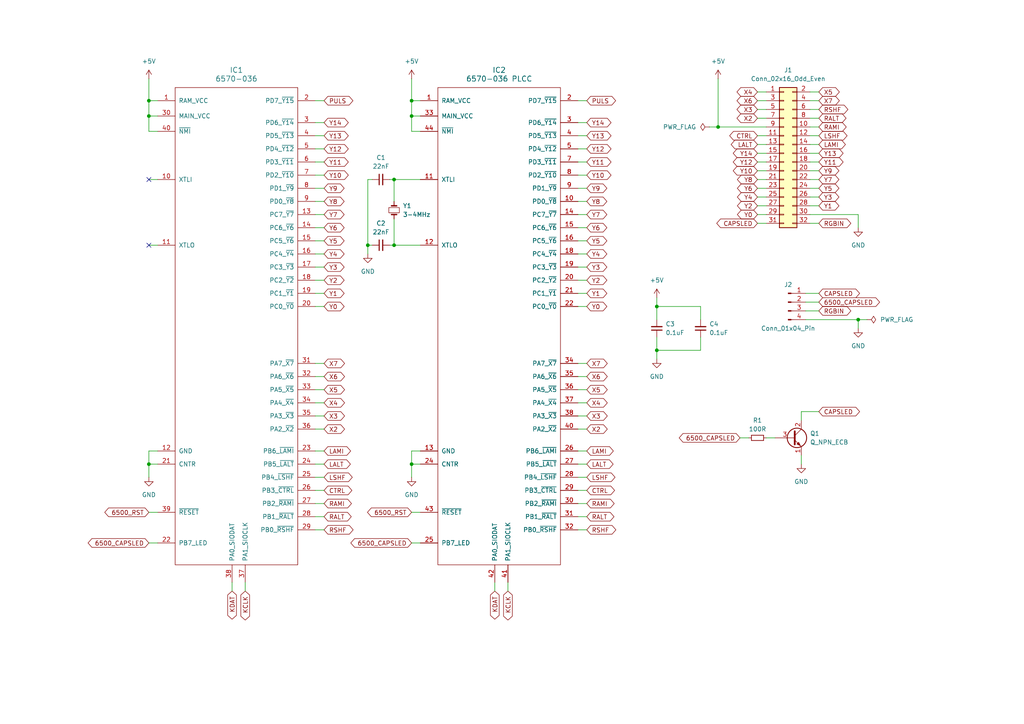
<source format=kicad_sch>
(kicad_sch (version 20231120) (generator "eeschema") (generator_version "8.0")
  (paper "A4")
  (lib_symbols
    (symbol "AmigaA500KeyboardChipAdapter:6570-036" (pin_names (offset 1.016))
      (property "Reference" "IC" (at 15.875 -73.66 0))
      (property "Value" "6570-036" (at 0.635 -4.445 0))
      (symbol "6570-036_0_1"
        (rectangle (start -17.78 67.31) (end 17.78 -71.12))
      )
      (symbol "6570-036_1_1"
        (pin power_in line (at -22.86 63.5 0) (length 5.08) (name "RAM_VCC") (number "1"))
        (pin input line (at -22.86 40.64 0) (length 5.08) (name "XTLI") (number "10"))
        (pin output line (at -22.86 21.59 0) (length 5.08) (name "XTLO") (number "11"))
        (pin power_in line (at -22.86 -38.1 0) (length 5.08) (name "GND") (number "12"))
        (pin output line (at 22.86 30.48 180) (length 5.08) (name "PC7_~{Y7}") (number "13"))
        (pin output line (at 22.86 26.67 180) (length 5.08) (name "PC6_~{Y6}") (number "14"))
        (pin output line (at 22.86 22.86 180) (length 5.08) (name "PC5_~{Y6}") (number "15"))
        (pin output line (at 22.86 19.05 180) (length 5.08) (name "PC4_~{Y4}") (number "16"))
        (pin output line (at 22.86 15.24 180) (length 5.08) (name "PC3_~{Y3}") (number "17"))
        (pin output line (at 22.86 11.43 180) (length 5.08) (name "PC2_~{Y2}") (number "18"))
        (pin output line (at 22.86 7.62 180) (length 5.08) (name "PC1_~{Y1}") (number "19"))
        (pin output line (at 22.86 63.5 180) (length 5.08) (name "PD7_~{Y15}") (number "2"))
        (pin output line (at 22.86 3.81 180) (length 5.08) (name "PC0_~{Y0}") (number "20"))
        (pin input line (at -22.86 -41.91 0) (length 5.08) (name "CNTR") (number "21"))
        (pin output line (at -22.86 -64.77 0) (length 5.08) (name "PB7_LED") (number "22"))
        (pin input line (at 22.86 -38.1 180) (length 5.08) (name "PB6_~{LAMI}") (number "23"))
        (pin input line (at 22.86 -41.91 180) (length 5.08) (name "PB5_~{LALT}") (number "24"))
        (pin input line (at 22.86 -45.72 180) (length 5.08) (name "PB4_~{LSHF}") (number "25"))
        (pin input line (at 22.86 -49.53 180) (length 5.08) (name "PB3_~{CTRL}") (number "26"))
        (pin input line (at 22.86 -53.34 180) (length 5.08) (name "PB2_~{RAMI}") (number "27"))
        (pin input line (at 22.86 -57.15 180) (length 5.08) (name "PB1_~{RALT}") (number "28"))
        (pin input line (at 22.86 -60.96 180) (length 5.08) (name "PB0_~{RSHF}") (number "29"))
        (pin output line (at 22.86 57.15 180) (length 5.08) (name "PD6_~{Y14}") (number "3"))
        (pin power_in line (at -22.86 59.055 0) (length 5.08) (name "MAIN_VCC") (number "30"))
        (pin input line (at 22.86 -12.7 180) (length 5.08) (name "PA7_~{X7}") (number "31"))
        (pin input line (at 22.86 -16.51 180) (length 5.08) (name "PA6_~{X6}") (number "32"))
        (pin input line (at 22.86 -20.32 180) (length 5.08) (name "PA5_~{X5}") (number "33"))
        (pin input line (at 22.86 -24.13 180) (length 5.08) (name "PA4_~{X4}") (number "34"))
        (pin input line (at 22.86 -27.94 180) (length 5.08) (name "PA3_~{X3}") (number "35"))
        (pin input line (at 22.86 -31.75 180) (length 5.08) (name "PA2_~{X2}") (number "36"))
        (pin input line (at 2.54 -76.2 90) (length 5.08) (name "PA1_SIOCLK") (number "37"))
        (pin input line (at -1.27 -76.2 90) (length 5.08) (name "PA0_SIODAT") (number "38"))
        (pin input line (at -22.86 -55.88 0) (length 5.08) (name "~{RESET}") (number "39"))
        (pin output line (at 22.86 53.34 180) (length 5.08) (name "PD5_~{Y13}") (number "4"))
        (pin power_in line (at -22.86 54.61 0) (length 5.08) (name "~{NMI}") (number "40"))
        (pin output line (at 22.86 49.53 180) (length 5.08) (name "PD4_~{Y12}") (number "5"))
        (pin output line (at 22.86 45.72 180) (length 5.08) (name "PD3_~{Y11}") (number "6"))
        (pin output line (at 22.86 41.91 180) (length 5.08) (name "PD2_~{Y10}") (number "7"))
        (pin output line (at 22.86 38.1 180) (length 5.08) (name "PD1_~{Y9}") (number "8"))
        (pin output line (at 22.86 34.29 180) (length 5.08) (name "PD0_~{Y8}") (number "9"))
      )
    )
    (symbol "AmigaA500KeyboardChipAdapter:6570-036_PLCC" (pin_names (offset 1.016))
      (property "Reference" "IC" (at 15.875 -73.66 0))
      (property "Value" "6570-036 PLCC" (at 0.635 -4.445 0))
      (symbol "6570-036_PLCC_0_1"
        (rectangle (start -17.78 67.31) (end 17.78 -71.12))
      )
      (symbol "6570-036_PLCC_1_1"
        (pin power_in line (at -22.86 63.5 0) (length 5.08) (name "RAM_VCC") (number "1"))
        (pin output line (at 22.86 34.29 180) (length 5.08) (name "PD0_~{Y8}") (number "10"))
        (pin input line (at -22.86 40.64 0) (length 5.08) (name "XTLI") (number "11"))
        (pin output line (at -22.86 21.59 0) (length 5.08) (name "XTLO") (number "12"))
        (pin power_in line (at -22.86 -38.1 0) (length 5.08) (name "GND") (number "13"))
        (pin output line (at 22.86 30.48 180) (length 5.08) (name "PC7_~{Y7}") (number "14"))
        (pin output line (at 22.86 26.67 180) (length 5.08) (name "PC6_~{Y6}") (number "15"))
        (pin output line (at 22.86 22.86 180) (length 5.08) (name "PC5_~{Y6}") (number "16"))
        (pin output line (at 22.86 19.05 180) (length 5.08) (name "PC4_~{Y4}") (number "18"))
        (pin output line (at 22.86 15.24 180) (length 5.08) (name "PC3_~{Y3}") (number "19"))
        (pin output line (at 22.86 63.5 180) (length 5.08) (name "PD7_~{Y15}") (number "2"))
        (pin output line (at 22.86 11.43 180) (length 5.08) (name "PC2_~{Y2}") (number "20"))
        (pin output line (at 22.86 7.62 180) (length 5.08) (name "PC1_~{Y1}") (number "21"))
        (pin output line (at 22.86 3.81 180) (length 5.08) (name "PC0_~{Y0}") (number "22"))
        (pin input line (at -22.86 -41.91 0) (length 5.08) (name "CNTR") (number "24"))
        (pin output line (at -22.86 -64.77 0) (length 5.08) (name "PB7_LED") (number "25"))
        (pin input line (at 22.86 -38.1 180) (length 5.08) (name "PB6_~{LAMI}") (number "26"))
        (pin input line (at 22.86 -41.91 180) (length 5.08) (name "PB5_~{LALT}") (number "27"))
        (pin input line (at 22.86 -45.72 180) (length 5.08) (name "PB4_~{LSHF}") (number "28"))
        (pin input line (at 22.86 -49.53 180) (length 5.08) (name "PB3_~{CTRL}") (number "29"))
        (pin output line (at 22.86 57.15 180) (length 5.08) (name "PD6_~{Y14}") (number "3"))
        (pin input line (at 22.86 -53.34 180) (length 5.08) (name "PB2_~{RAMI}") (number "30"))
        (pin input line (at 22.86 -57.15 180) (length 5.08) (name "PB1_~{RALT}") (number "31"))
        (pin input line (at 22.86 -60.96 180) (length 5.08) (name "PB0_~{RSHF}") (number "32"))
        (pin power_in line (at -22.86 59.055 0) (length 5.08) (name "MAIN_VCC") (number "33"))
        (pin input line (at 22.86 -12.7 180) (length 5.08) (name "PA7_~{X7}") (number "34"))
        (pin input line (at 22.86 -16.51 180) (length 5.08) (name "PA6_~{X6}") (number "35"))
        (pin input line (at 22.86 -20.32 180) (length 5.08) (name "PA5_~{X5}") (number "36"))
        (pin input line (at 22.86 -24.13 180) (length 5.08) (name "PA4_~{X4}") (number "37"))
        (pin input line (at 22.86 -27.94 180) (length 5.08) (name "PA3_~{X3}") (number "38"))
        (pin output line (at 22.86 53.34 180) (length 5.08) (name "PD5_~{Y13}") (number "4"))
        (pin input line (at 22.86 -31.75 180) (length 5.08) (name "PA2_~{X2}") (number "40"))
        (pin input line (at 2.54 -76.2 90) (length 5.08) (name "PA1_SIOCLK") (number "41"))
        (pin input line (at -1.27 -76.2 90) (length 5.08) (name "PA0_SIODAT") (number "42"))
        (pin input line (at -22.86 -55.88 0) (length 5.08) (name "~{RESET}") (number "43"))
        (pin power_in line (at -22.86 54.61 0) (length 5.08) (name "~{NMI}") (number "44"))
        (pin output line (at 22.86 49.53 180) (length 5.08) (name "PD4_~{Y12}") (number "5"))
        (pin output line (at 22.86 45.72 180) (length 5.08) (name "PD3_~{Y11}") (number "7"))
        (pin output line (at 22.86 41.91 180) (length 5.08) (name "PD2_~{Y10}") (number "8"))
        (pin output line (at 22.86 38.1 180) (length 5.08) (name "PD1_~{Y9}") (number "9"))
      )
    )
    (symbol "Connector:Conn_01x04_Pin" (pin_names (offset 1.016) hide)
      (property "Reference" "J" (at 0 5.08 0))
      (property "Value" "Conn_01x04_Pin" (at 0 -7.62 0))
      (symbol "Conn_01x04_Pin_1_1"
        (polyline (pts (xy 1.27 -5.08) (xy 0.8636 -5.08)) (stroke (width 0.1524)))
        (polyline (pts (xy 1.27 -2.54) (xy 0.8636 -2.54)) (stroke (width 0.1524)))
        (polyline (pts (xy 1.27 0) (xy 0.8636 0)) (stroke (width 0.1524)))
        (polyline (pts (xy 1.27 2.54) (xy 0.8636 2.54)) (stroke (width 0.1524)))
        (rectangle (start 0.8636 -4.953) (end 0 -5.207) (stroke (width 0.1524)) (fill (type outline)))
        (rectangle (start 0.8636 -2.413) (end 0 -2.667) (stroke (width 0.1524)) (fill (type outline)))
        (rectangle (start 0.8636 0.127) (end 0 -0.127) (stroke (width 0.1524)) (fill (type outline)))
        (rectangle (start 0.8636 2.667) (end 0 2.413) (stroke (width 0.1524)) (fill (type outline)))
        (pin passive line (at 5.08 2.54 180) (length 3.81) (name "Pin_1") (number "1"))
        (pin passive line (at 5.08 0 180) (length 3.81) (name "Pin_2") (number "2"))
        (pin passive line (at 5.08 -2.54 180) (length 3.81) (name "Pin_3") (number "3"))
        (pin passive line (at 5.08 -5.08 180) (length 3.81) (name "Pin_4") (number "4"))
      )
    )
    (symbol "Connector_Generic:Conn_02x16_Odd_Even" (pin_names (offset 1.016) hide)
      (property "Reference" "J" (at 1.27 20.32 0))
      (property "Value" "Conn_02x16_Odd_Even" (at 1.27 -22.86 0))
      (symbol "Conn_02x16_Odd_Even_1_1"
        (rectangle (start -1.27 -20.193) (end 0 -20.447) (stroke (width 0.1524)))
        (rectangle (start -1.27 -17.653) (end 0 -17.907) (stroke (width 0.1524)))
        (rectangle (start -1.27 -15.113) (end 0 -15.367) (stroke (width 0.1524)))
        (rectangle (start -1.27 -12.573) (end 0 -12.827) (stroke (width 0.1524)))
        (rectangle (start -1.27 -10.033) (end 0 -10.287) (stroke (width 0.1524)))
        (rectangle (start -1.27 -7.493) (end 0 -7.747) (stroke (width 0.1524)))
        (rectangle (start -1.27 -4.953) (end 0 -5.207) (stroke (width 0.1524)))
        (rectangle (start -1.27 -2.413) (end 0 -2.667) (stroke (width 0.1524)))
        (rectangle (start -1.27 0.127) (end 0 -0.127) (stroke (width 0.1524)))
        (rectangle (start -1.27 2.667) (end 0 2.413) (stroke (width 0.1524)))
        (rectangle (start -1.27 5.207) (end 0 4.953) (stroke (width 0.1524)))
        (rectangle (start -1.27 7.747) (end 0 7.493) (stroke (width 0.1524)))
        (rectangle (start -1.27 10.287) (end 0 10.033) (stroke (width 0.1524)))
        (rectangle (start -1.27 12.827) (end 0 12.573) (stroke (width 0.1524)))
        (rectangle (start -1.27 15.367) (end 0 15.113) (stroke (width 0.1524)))
        (rectangle (start -1.27 17.907) (end 0 17.653) (stroke (width 0.1524)))
        (rectangle (start -1.27 19.05) (end 3.81 -21.59) (stroke (width 0.254)) (fill (type background)))
        (rectangle (start 3.81 -20.193) (end 2.54 -20.447) (stroke (width 0.1524)))
        (rectangle (start 3.81 -17.653) (end 2.54 -17.907) (stroke (width 0.1524)))
        (rectangle (start 3.81 -15.113) (end 2.54 -15.367) (stroke (width 0.1524)))
        (rectangle (start 3.81 -12.573) (end 2.54 -12.827) (stroke (width 0.1524)))
        (rectangle (start 3.81 -10.033) (end 2.54 -10.287) (stroke (width 0.1524)))
        (rectangle (start 3.81 -7.493) (end 2.54 -7.747) (stroke (width 0.1524)))
        (rectangle (start 3.81 -4.953) (end 2.54 -5.207) (stroke (width 0.1524)))
        (rectangle (start 3.81 -2.413) (end 2.54 -2.667) (stroke (width 0.1524)))
        (rectangle (start 3.81 0.127) (end 2.54 -0.127) (stroke (width 0.1524)))
        (rectangle (start 3.81 2.667) (end 2.54 2.413) (stroke (width 0.1524)))
        (rectangle (start 3.81 5.207) (end 2.54 4.953) (stroke (width 0.1524)))
        (rectangle (start 3.81 7.747) (end 2.54 7.493) (stroke (width 0.1524)))
        (rectangle (start 3.81 10.287) (end 2.54 10.033) (stroke (width 0.1524)))
        (rectangle (start 3.81 12.827) (end 2.54 12.573) (stroke (width 0.1524)))
        (rectangle (start 3.81 15.367) (end 2.54 15.113) (stroke (width 0.1524)))
        (rectangle (start 3.81 17.907) (end 2.54 17.653) (stroke (width 0.1524)))
        (pin passive line (at -5.08 17.78 0) (length 3.81) (name "Pin_1") (number "1"))
        (pin passive line (at 7.62 7.62 180) (length 3.81) (name "Pin_10") (number "10"))
        (pin passive line (at -5.08 5.08 0) (length 3.81) (name "Pin_11") (number "11"))
        (pin passive line (at 7.62 5.08 180) (length 3.81) (name "Pin_12") (number "12"))
        (pin passive line (at -5.08 2.54 0) (length 3.81) (name "Pin_13") (number "13"))
        (pin passive line (at 7.62 2.54 180) (length 3.81) (name "Pin_14") (number "14"))
        (pin passive line (at -5.08 0 0) (length 3.81) (name "Pin_15") (number "15"))
        (pin passive line (at 7.62 0 180) (length 3.81) (name "Pin_16") (number "16"))
        (pin passive line (at -5.08 -2.54 0) (length 3.81) (name "Pin_17") (number "17"))
        (pin passive line (at 7.62 -2.54 180) (length 3.81) (name "Pin_18") (number "18"))
        (pin passive line (at -5.08 -5.08 0) (length 3.81) (name "Pin_19") (number "19"))
        (pin passive line (at 7.62 17.78 180) (length 3.81) (name "Pin_2") (number "2"))
        (pin passive line (at 7.62 -5.08 180) (length 3.81) (name "Pin_20") (number "20"))
        (pin passive line (at -5.08 -7.62 0) (length 3.81) (name "Pin_21") (number "21"))
        (pin passive line (at 7.62 -7.62 180) (length 3.81) (name "Pin_22") (number "22"))
        (pin passive line (at -5.08 -10.16 0) (length 3.81) (name "Pin_23") (number "23"))
        (pin passive line (at 7.62 -10.16 180) (length 3.81) (name "Pin_24") (number "24"))
        (pin passive line (at -5.08 -12.7 0) (length 3.81) (name "Pin_25") (number "25"))
        (pin passive line (at 7.62 -12.7 180) (length 3.81) (name "Pin_26") (number "26"))
        (pin passive line (at -5.08 -15.24 0) (length 3.81) (name "Pin_27") (number "27"))
        (pin passive line (at 7.62 -15.24 180) (length 3.81) (name "Pin_28") (number "28"))
        (pin passive line (at -5.08 -17.78 0) (length 3.81) (name "Pin_29") (number "29"))
        (pin passive line (at -5.08 15.24 0) (length 3.81) (name "Pin_3") (number "3"))
        (pin passive line (at 7.62 -17.78 180) (length 3.81) (name "Pin_30") (number "30"))
        (pin passive line (at -5.08 -20.32 0) (length 3.81) (name "Pin_31") (number "31"))
        (pin passive line (at 7.62 -20.32 180) (length 3.81) (name "Pin_32") (number "32"))
        (pin passive line (at 7.62 15.24 180) (length 3.81) (name "Pin_4") (number "4"))
        (pin passive line (at -5.08 12.7 0) (length 3.81) (name "Pin_5") (number "5"))
        (pin passive line (at 7.62 12.7 180) (length 3.81) (name "Pin_6") (number "6"))
        (pin passive line (at -5.08 10.16 0) (length 3.81) (name "Pin_7") (number "7"))
        (pin passive line (at 7.62 10.16 180) (length 3.81) (name "Pin_8") (number "8"))
        (pin passive line (at -5.08 7.62 0) (length 3.81) (name "Pin_9") (number "9"))
      )
    )
    (symbol "Device:C_Small" (pin_numbers hide) (pin_names (offset 0.254) hide)
      (property "Reference" "C" (at 0.254 1.778 0))
      (property "Value" "C_Small" (at 0.254 -2.032 0))
      (symbol "C_Small_0_1"
        (polyline (pts (xy -1.524 -0.508) (xy 1.524 -0.508)) (stroke (width 0.3302)))
        (polyline (pts (xy -1.524 0.508) (xy 1.524 0.508)) (stroke (width 0.3048)))
      )
      (symbol "C_Small_1_1"
        (pin passive line (at 0 2.54 270) (length 2.032) (name "~") (number "1"))
        (pin passive line (at 0 -2.54 90) (length 2.032) (name "~") (number "2"))
      )
    )
    (symbol "Device:Crystal_Small" (pin_numbers hide) (pin_names (offset 1.016) hide)
      (property "Reference" "Y" (at 0 2.54 0))
      (property "Value" "Crystal_Small" (at 0 -2.54 0))
      (symbol "Crystal_Small_0_1"
        (rectangle (start -0.762 -1.524) (end 0.762 1.524))
        (polyline (pts (xy -1.27 -0.762) (xy -1.27 0.762)) (stroke (width 0.381)))
        (polyline (pts (xy 1.27 -0.762) (xy 1.27 0.762)) (stroke (width 0.381)))
      )
      (symbol "Crystal_Small_1_1"
        (pin passive line (at -2.54 0 0) (length 1.27) (name "1") (number "1"))
        (pin passive line (at 2.54 0 180) (length 1.27) (name "2") (number "2"))
      )
    )
    (symbol "Device:Q_NPN_ECB" (pin_names (offset 0) hide)
      (property "Reference" "Q" (at 5.08 1.27 0))
      (property "Value" "Q_NPN_ECB" (at 5.08 -1.27 0))
      (symbol "Q_NPN_ECB_0_1"
        (polyline (pts (xy 0.635 0.635) (xy 2.54 2.54)))
        (polyline (pts (xy 0.635 -0.635) (xy 2.54 -2.54) (xy 2.54 -2.54)))
        (polyline (pts (xy 0.635 1.905) (xy 0.635 -1.905) (xy 0.635 -1.905)) (stroke (width 0.508)))
        (polyline (pts (xy 1.27 -1.778) (xy 1.778 -1.27) (xy 2.286 -2.286) (xy 1.27 -1.778) (xy 1.27 -1.778)) (fill (type outline)))
        (circle (center 1.27 0) (radius 2.8194) (stroke (width 0.254)))
      )
      (symbol "Q_NPN_ECB_1_1"
        (pin passive line (at 2.54 -5.08 90) (length 2.54) (name "E") (number "1"))
        (pin passive line (at 2.54 5.08 270) (length 2.54) (name "C") (number "2"))
        (pin passive line (at -5.08 0 0) (length 5.715) (name "B") (number "3"))
      )
    )
    (symbol "Device:R_Small" (pin_numbers hide) (pin_names (offset 0.254) hide)
      (property "Reference" "R" (at 0.762 0.508 0))
      (property "Value" "R_Small" (at 0.762 -1.016 0))
      (symbol "R_Small_0_1"
        (rectangle (start -0.762 1.778) (end 0.762 -1.778) (stroke (width 0.2032)))
      )
      (symbol "R_Small_1_1"
        (pin passive line (at 0 2.54 270) (length 0.762) (name "~") (number "1"))
        (pin passive line (at 0 -2.54 90) (length 0.762) (name "~") (number "2"))
      )
    )
    (symbol "power:+5V" (power) (pin_numbers hide) (pin_names (offset 0) hide)
      (property "Value" "+5V" (at 0 3.556 0))
      (symbol "+5V_0_1"
        (polyline (pts (xy -0.762 1.27) (xy 0 2.54)))
        (polyline (pts (xy 0 0) (xy 0 2.54)))
        (polyline (pts (xy 0 2.54) (xy 0.762 1.27)))
      )
      (symbol "+5V_1_1"
        (pin power_in line (at 0 0 90) (length 0) (name "~") (number "1"))
      )
    )
    (symbol "power:GND" (power) (pin_numbers hide) (pin_names (offset 0) hide)
      (property "Value" "GND" (at 0 -3.81 0))
      (symbol "GND_0_1"
        (polyline (pts (xy 0 0) (xy 0 -1.27) (xy 1.27 -1.27) (xy 0 -2.54) (xy -1.27 -1.27) (xy 0 -1.27)))
      )
      (symbol "GND_1_1"
        (pin power_in line (at 0 0 270) (length 0) (name "~") (number "1"))
      )
    )
    (symbol "power:PWR_FLAG" (power) (pin_numbers hide) (pin_names (offset 0) hide)
      (property "Value" "PWR_FLAG" (at 0 3.81 0))
      (symbol "PWR_FLAG_0_0"
        (pin power_out line (at 0 0 90) (length 0) (name "~") (number "1"))
      )
      (symbol "PWR_FLAG_0_1"
        (polyline (pts (xy 0 0) (xy 0 1.27) (xy -1.016 1.905) (xy 0 2.54) (xy 1.016 1.905) (xy 0 1.27)))
      )
    )
  )
  (junction (at 190.5 88.9))
  (junction (at 119.38 33.655))
  (junction (at 114.3 52.07))
  (junction (at 119.38 29.21))
  (junction (at 248.92 92.71))
  (junction (at 43.18 134.62))
  (junction (at 114.3 71.12))
  (junction (at 106.68 71.12))
  (junction (at 43.18 33.655))
  (junction (at 190.5 101.6))
  (junction (at 208.28 36.83))
  (junction (at 43.18 29.21))
  (junction (at 119.38 134.62))
  (no_connect (at 43.18 71.12))
  (no_connect (at 43.18 52.07))
  (wire (pts (xy 91.44 77.47) (xy 93.98 77.47)))
  (wire (pts (xy 190.5 97.79) (xy 190.5 101.6)))
  (wire (pts (xy 167.64 43.18) (xy 170.18 43.18)))
  (wire (pts (xy 167.64 105.41) (xy 170.18 105.41)))
  (wire (pts (xy 121.92 134.62) (xy 119.38 134.62)))
  (wire (pts (xy 219.71 52.07) (xy 222.25 52.07)))
  (wire (pts (xy 91.44 54.61) (xy 93.98 54.61)))
  (wire (pts (xy 167.64 138.43) (xy 170.18 138.43)))
  (wire (pts (xy 219.71 39.37) (xy 222.25 39.37)))
  (wire (pts (xy 234.95 36.83) (xy 237.49 36.83)))
  (wire (pts (xy 91.44 116.84) (xy 93.98 116.84)))
  (wire (pts (xy 91.44 105.41) (xy 93.98 105.41)))
  (wire (pts (xy 167.64 29.21) (xy 170.18 29.21)))
  (wire (pts (xy 248.92 92.71) (xy 248.92 95.25)))
  (wire (pts (xy 106.68 71.12) (xy 106.68 73.66)))
  (wire (pts (xy 91.44 130.81) (xy 93.98 130.81)))
  (wire (pts (xy 167.64 58.42) (xy 170.18 58.42)))
  (wire (pts (xy 114.3 71.12) (xy 121.92 71.12)))
  (wire (pts (xy 91.44 146.05) (xy 93.98 146.05)))
  (wire (pts (xy 91.44 138.43) (xy 93.98 138.43)))
  (wire (pts (xy 43.18 29.21) (xy 45.72 29.21)))
  (wire (pts (xy 91.44 142.24) (xy 93.98 142.24)))
  (wire (pts (xy 234.95 31.75) (xy 237.49 31.75)))
  (wire (pts (xy 91.44 39.37) (xy 93.98 39.37)))
  (wire (pts (xy 147.32 168.91) (xy 147.32 171.45)))
  (wire (pts (xy 43.18 130.81) (xy 43.18 134.62)))
  (wire (pts (xy 219.71 62.23) (xy 222.25 62.23)))
  (wire (pts (xy 219.71 54.61) (xy 222.25 54.61)))
  (wire (pts (xy 119.38 130.81) (xy 119.38 134.62)))
  (wire (pts (xy 205.74 36.83) (xy 208.28 36.83)))
  (wire (pts (xy 43.18 52.07) (xy 45.72 52.07)))
  (wire (pts (xy 119.38 29.21) (xy 119.38 33.655)))
  (wire (pts (xy 106.68 71.12) (xy 106.68 52.07)))
  (wire (pts (xy 167.64 54.61) (xy 170.18 54.61)))
  (wire (pts (xy 91.44 35.56) (xy 93.98 35.56)))
  (wire (pts (xy 203.2 92.71) (xy 203.2 88.9)))
  (wire (pts (xy 214.63 127) (xy 217.17 127)))
  (wire (pts (xy 91.44 120.65) (xy 93.98 120.65)))
  (wire (pts (xy 167.64 124.46) (xy 170.18 124.46)))
  (wire (pts (xy 219.71 57.15) (xy 222.25 57.15)))
  (wire (pts (xy 119.38 38.1) (xy 121.92 38.1)))
  (wire (pts (xy 91.44 124.46) (xy 93.98 124.46)))
  (wire (pts (xy 234.95 44.45) (xy 237.49 44.45)))
  (wire (pts (xy 91.44 50.8) (xy 93.98 50.8)))
  (wire (pts (xy 219.71 59.69) (xy 222.25 59.69)))
  (wire (pts (xy 234.95 62.23) (xy 248.92 62.23)))
  (wire (pts (xy 114.3 52.07) (xy 121.92 52.07)))
  (wire (pts (xy 71.12 168.91) (xy 71.12 171.45)))
  (wire (pts (xy 167.64 120.65) (xy 170.18 120.65)))
  (wire (pts (xy 43.18 148.59) (xy 45.72 148.59)))
  (wire (pts (xy 167.64 88.9) (xy 170.18 88.9)))
  (wire (pts (xy 167.64 109.22) (xy 170.18 109.22)))
  (wire (pts (xy 234.95 46.99) (xy 237.49 46.99)))
  (wire (pts (xy 167.64 153.67) (xy 170.18 153.67)))
  (wire (pts (xy 234.95 41.91) (xy 237.49 41.91)))
  (wire (pts (xy 167.64 146.05) (xy 170.18 146.05)))
  (wire (pts (xy 167.64 85.09) (xy 170.18 85.09)))
  (wire (pts (xy 119.38 22.86) (xy 119.38 29.21)))
  (wire (pts (xy 219.71 46.99) (xy 222.25 46.99)))
  (wire (pts (xy 45.72 134.62) (xy 43.18 134.62)))
  (wire (pts (xy 167.64 77.47) (xy 170.18 77.47)))
  (wire (pts (xy 222.25 127) (xy 224.79 127)))
  (wire (pts (xy 106.68 52.07) (xy 107.95 52.07)))
  (wire (pts (xy 91.44 58.42) (xy 93.98 58.42)))
  (wire (pts (xy 234.95 29.21) (xy 237.49 29.21)))
  (wire (pts (xy 91.44 153.67) (xy 93.98 153.67)))
  (wire (pts (xy 167.64 149.86) (xy 170.18 149.86)))
  (wire (pts (xy 91.44 81.28) (xy 93.98 81.28)))
  (wire (pts (xy 119.38 33.655) (xy 119.38 38.1)))
  (wire (pts (xy 234.95 26.67) (xy 237.49 26.67)))
  (wire (pts (xy 234.95 59.69) (xy 237.49 59.69)))
  (wire (pts (xy 167.64 39.37) (xy 170.18 39.37)))
  (wire (pts (xy 219.71 31.75) (xy 222.25 31.75)))
  (wire (pts (xy 121.92 130.81) (xy 119.38 130.81)))
  (wire (pts (xy 233.68 92.71) (xy 248.92 92.71)))
  (wire (pts (xy 234.95 49.53) (xy 237.49 49.53)))
  (wire (pts (xy 237.49 90.17) (xy 233.68 90.17)))
  (wire (pts (xy 219.71 64.77) (xy 222.25 64.77)))
  (wire (pts (xy 107.95 71.12) (xy 106.68 71.12)))
  (wire (pts (xy 219.71 44.45) (xy 222.25 44.45)))
  (wire (pts (xy 91.44 29.21) (xy 93.98 29.21)))
  (wire (pts (xy 91.44 134.62) (xy 93.98 134.62)))
  (wire (pts (xy 167.64 134.62) (xy 170.18 134.62)))
  (wire (pts (xy 232.41 119.38) (xy 232.41 121.92)))
  (wire (pts (xy 167.64 35.56) (xy 170.18 35.56)))
  (wire (pts (xy 219.71 49.53) (xy 222.25 49.53)))
  (wire (pts (xy 234.95 64.77) (xy 237.49 64.77)))
  (wire (pts (xy 91.44 88.9) (xy 93.98 88.9)))
  (wire (pts (xy 190.5 88.9) (xy 190.5 92.71)))
  (wire (pts (xy 43.18 134.62) (xy 43.18 138.43)))
  (wire (pts (xy 114.3 63.5) (xy 114.3 71.12)))
  (wire (pts (xy 43.18 29.21) (xy 43.18 33.655)))
  (wire (pts (xy 190.5 101.6) (xy 203.2 101.6)))
  (wire (pts (xy 45.72 130.81) (xy 43.18 130.81)))
  (wire (pts (xy 248.92 92.71) (xy 251.46 92.71)))
  (wire (pts (xy 203.2 97.79) (xy 203.2 101.6)))
  (wire (pts (xy 119.38 148.59) (xy 121.92 148.59)))
  (wire (pts (xy 190.5 86.36) (xy 190.5 88.9)))
  (wire (pts (xy 208.28 36.83) (xy 222.25 36.83)))
  (wire (pts (xy 119.38 29.21) (xy 121.92 29.21)))
  (wire (pts (xy 167.64 62.23) (xy 170.18 62.23)))
  (wire (pts (xy 167.64 69.85) (xy 170.18 69.85)))
  (wire (pts (xy 91.44 69.85) (xy 93.98 69.85)))
  (wire (pts (xy 43.18 157.48) (xy 45.72 157.48)))
  (wire (pts (xy 119.38 134.62) (xy 119.38 138.43)))
  (wire (pts (xy 167.64 66.04) (xy 170.18 66.04)))
  (wire (pts (xy 208.28 22.86) (xy 208.28 36.83)))
  (wire (pts (xy 219.71 34.29) (xy 222.25 34.29)))
  (wire (pts (xy 119.38 157.48) (xy 121.92 157.48)))
  (wire (pts (xy 248.92 62.23) (xy 248.92 66.04)))
  (wire (pts (xy 121.92 33.655) (xy 119.38 33.655)))
  (wire (pts (xy 91.44 85.09) (xy 93.98 85.09)))
  (wire (pts (xy 234.95 39.37) (xy 237.49 39.37)))
  (wire (pts (xy 91.44 43.18) (xy 93.98 43.18)))
  (wire (pts (xy 167.64 73.66) (xy 170.18 73.66)))
  (wire (pts (xy 143.51 168.91) (xy 143.51 171.45)))
  (wire (pts (xy 234.95 54.61) (xy 237.49 54.61)))
  (wire (pts (xy 167.64 50.8) (xy 170.18 50.8)))
  (wire (pts (xy 91.44 62.23) (xy 93.98 62.23)))
  (wire (pts (xy 233.68 87.63) (xy 237.49 87.63)))
  (wire (pts (xy 232.41 132.08) (xy 232.41 134.62)))
  (wire (pts (xy 190.5 101.6) (xy 190.5 104.14)))
  (wire (pts (xy 114.3 52.07) (xy 114.3 58.42)))
  (wire (pts (xy 91.44 113.03) (xy 93.98 113.03)))
  (wire (pts (xy 233.68 85.09) (xy 237.49 85.09)))
  (wire (pts (xy 234.95 57.15) (xy 237.49 57.15)))
  (wire (pts (xy 237.49 119.38) (xy 232.41 119.38)))
  (wire (pts (xy 45.72 38.1) (xy 43.18 38.1)))
  (wire (pts (xy 45.72 33.655) (xy 43.18 33.655)))
  (wire (pts (xy 167.64 116.84) (xy 170.18 116.84)))
  (wire (pts (xy 91.44 73.66) (xy 93.98 73.66)))
  (wire (pts (xy 219.71 41.91) (xy 222.25 41.91)))
  (wire (pts (xy 167.64 81.28) (xy 170.18 81.28)))
  (wire (pts (xy 43.18 33.655) (xy 43.18 38.1)))
  (wire (pts (xy 113.03 52.07) (xy 114.3 52.07)))
  (wire (pts (xy 167.64 142.24) (xy 170.18 142.24)))
  (wire (pts (xy 43.18 71.12) (xy 45.72 71.12)))
  (wire (pts (xy 114.3 71.12) (xy 113.03 71.12)))
  (wire (pts (xy 234.95 52.07) (xy 237.49 52.07)))
  (wire (pts (xy 219.71 26.67) (xy 222.25 26.67)))
  (wire (pts (xy 167.64 113.03) (xy 170.18 113.03)))
  (wire (pts (xy 234.95 34.29) (xy 237.49 34.29)))
  (wire (pts (xy 91.44 66.04) (xy 93.98 66.04)))
  (wire (pts (xy 91.44 149.86) (xy 93.98 149.86)))
  (wire (pts (xy 167.64 130.81) (xy 170.18 130.81)))
  (wire (pts (xy 91.44 109.22) (xy 93.98 109.22)))
  (wire (pts (xy 91.44 46.99) (xy 93.98 46.99)))
  (wire (pts (xy 203.2 88.9) (xy 190.5 88.9)))
  (wire (pts (xy 167.64 46.99) (xy 170.18 46.99)))
  (wire (pts (xy 219.71 29.21) (xy 222.25 29.21)))
  (wire (pts (xy 43.18 29.21) (xy 43.18 22.86)))
  (wire (pts (xy 67.31 168.91) (xy 67.31 171.45)))
  (global_label "CTRL" (shape bidirectional) (at 170.18 142.24 0) (property "Intersheetrefs" "${INTERSHEET_REFS}" (effects (hide yes))))
  (global_label "Y10" (shape bidirectional) (at 93.98 50.8 0) (property "Intersheetrefs" "${INTERSHEET_REFS}" (effects (hide yes))))
  (global_label "KCLK" (shape bidirectional) (at 147.32 171.45 270) (property "Intersheetrefs" "${INTERSHEET_REFS}" (effects (hide yes))))
  (global_label "X4" (shape bidirectional) (at 170.18 116.84 0) (property "Intersheetrefs" "${INTERSHEET_REFS}" (effects (hide yes))))
  (global_label "Y10" (shape bidirectional) (at 219.71 49.53 180) (property "Intersheetrefs" "${INTERSHEET_REFS}" (effects (hide yes))))
  (global_label "Y14" (shape bidirectional) (at 219.71 44.45 180) (property "Intersheetrefs" "${INTERSHEET_REFS}" (effects (hide yes))))
  (global_label "Y4" (shape bidirectional) (at 219.71 57.15 180) (property "Intersheetrefs" "${INTERSHEET_REFS}" (effects (hide yes))))
  (global_label "Y11" (shape bidirectional) (at 93.98 46.99 0) (property "Intersheetrefs" "${INTERSHEET_REFS}" (effects (hide yes))))
  (global_label "Y1" (shape bidirectional) (at 237.49 59.69 0) (property "Intersheetrefs" "${INTERSHEET_REFS}" (effects (hide yes))))
  (global_label "6500_CAPSLED" (shape bidirectional) (at 119.38 157.48 180) (property "Intersheetrefs" "${INTERSHEET_REFS}" (effects (hide yes))))
  (global_label "X3" (shape bidirectional) (at 219.71 31.75 180) (property "Intersheetrefs" "${INTERSHEET_REFS}" (effects (hide yes))))
  (global_label "Y12" (shape bidirectional) (at 219.71 46.99 180) (property "Intersheetrefs" "${INTERSHEET_REFS}" (effects (hide yes))))
  (global_label "Y9" (shape bidirectional) (at 93.98 54.61 0) (property "Intersheetrefs" "${INTERSHEET_REFS}" (effects (hide yes))))
  (global_label "X7" (shape bidirectional) (at 170.18 105.41 0) (property "Intersheetrefs" "${INTERSHEET_REFS}" (effects (hide yes))))
  (global_label "Y2" (shape bidirectional) (at 93.98 81.28 0) (property "Intersheetrefs" "${INTERSHEET_REFS}" (effects (hide yes))))
  (global_label "RALT" (shape bidirectional) (at 237.49 34.29 0) (property "Intersheetrefs" "${INTERSHEET_REFS}" (effects (hide yes))))
  (global_label "CAPSLED" (shape bidirectional) (at 219.71 64.77 180) (property "Intersheetrefs" "${INTERSHEET_REFS}" (effects (hide yes))))
  (global_label "Y7" (shape bidirectional) (at 237.49 52.07 0) (property "Intersheetrefs" "${INTERSHEET_REFS}" (effects (hide yes))))
  (global_label "6500_CAPSLED" (shape bidirectional) (at 43.18 157.48 180) (property "Intersheetrefs" "${INTERSHEET_REFS}" (effects (hide yes))))
  (global_label "Y1" (shape bidirectional) (at 93.98 85.09 0) (property "Intersheetrefs" "${INTERSHEET_REFS}" (effects (hide yes))))
  (global_label "6500_RST" (shape bidirectional) (at 119.38 148.59 180) (property "Intersheetrefs" "${INTERSHEET_REFS}" (effects (hide yes))))
  (global_label "Y0" (shape bidirectional) (at 93.98 88.9 0) (property "Intersheetrefs" "${INTERSHEET_REFS}" (effects (hide yes))))
  (global_label "Y12" (shape bidirectional) (at 93.98 43.18 0) (property "Intersheetrefs" "${INTERSHEET_REFS}" (effects (hide yes))))
  (global_label "Y9" (shape bidirectional) (at 237.49 49.53 0) (property "Intersheetrefs" "${INTERSHEET_REFS}" (effects (hide yes))))
  (global_label "Y6" (shape bidirectional) (at 93.98 66.04 0) (property "Intersheetrefs" "${INTERSHEET_REFS}" (effects (hide yes))))
  (global_label "Y10" (shape bidirectional) (at 170.18 50.8 0) (property "Intersheetrefs" "${INTERSHEET_REFS}" (effects (hide yes))))
  (global_label "Y6" (shape bidirectional) (at 219.71 54.61 180) (property "Intersheetrefs" "${INTERSHEET_REFS}" (effects (hide yes))))
  (global_label "Y5" (shape bidirectional) (at 93.98 69.85 0) (property "Intersheetrefs" "${INTERSHEET_REFS}" (effects (hide yes))))
  (global_label "X6" (shape bidirectional) (at 93.98 109.22 0) (property "Intersheetrefs" "${INTERSHEET_REFS}" (effects (hide yes))))
  (global_label "CTRL" (shape bidirectional) (at 93.98 142.24 0) (property "Intersheetrefs" "${INTERSHEET_REFS}" (effects (hide yes))))
  (global_label "X5" (shape bidirectional) (at 93.98 113.03 0) (property "Intersheetrefs" "${INTERSHEET_REFS}" (effects (hide yes))))
  (global_label "Y3" (shape bidirectional) (at 93.98 77.47 0) (property "Intersheetrefs" "${INTERSHEET_REFS}" (effects (hide yes))))
  (global_label "LALT" (shape bidirectional) (at 170.18 134.62 0) (property "Intersheetrefs" "${INTERSHEET_REFS}" (effects (hide yes))))
  (global_label "PULS" (shape bidirectional) (at 93.98 29.21 0) (property "Intersheetrefs" "${INTERSHEET_REFS}" (effects (hide yes))))
  (global_label "LAMI" (shape bidirectional) (at 170.18 130.81 0) (property "Intersheetrefs" "${INTERSHEET_REFS}" (effects (hide yes))))
  (global_label "RSHF" (shape bidirectional) (at 93.98 153.67 0) (property "Intersheetrefs" "${INTERSHEET_REFS}" (effects (hide yes))))
  (global_label "Y3" (shape bidirectional) (at 170.18 77.47 0) (property "Intersheetrefs" "${INTERSHEET_REFS}" (effects (hide yes))))
  (global_label "Y13" (shape bidirectional) (at 170.18 39.37 0) (property "Intersheetrefs" "${INTERSHEET_REFS}" (effects (hide yes))))
  (global_label "Y5" (shape bidirectional) (at 170.18 69.85 0) (property "Intersheetrefs" "${INTERSHEET_REFS}" (effects (hide yes))))
  (global_label "6500_CAPSLED" (shape bidirectional) (at 214.63 127 180) (property "Intersheetrefs" "${INTERSHEET_REFS}" (effects (hide yes))))
  (global_label "X6" (shape bidirectional) (at 219.71 29.21 180) (property "Intersheetrefs" "${INTERSHEET_REFS}" (effects (hide yes))))
  (global_label "Y6" (shape bidirectional) (at 170.18 66.04 0) (property "Intersheetrefs" "${INTERSHEET_REFS}" (effects (hide yes))))
  (global_label "Y13" (shape bidirectional) (at 237.49 44.45 0) (property "Intersheetrefs" "${INTERSHEET_REFS}" (effects (hide yes))))
  (global_label "6500_CAPSLED" (shape bidirectional) (at 237.49 87.63 0) (property "Intersheetrefs" "${INTERSHEET_REFS}" (effects (hide yes))))
  (global_label "X3" (shape bidirectional) (at 170.18 120.65 0) (property "Intersheetrefs" "${INTERSHEET_REFS}" (effects (hide yes))))
  (global_label "LAMI" (shape bidirectional) (at 93.98 130.81 0) (property "Intersheetrefs" "${INTERSHEET_REFS}" (effects (hide yes))))
  (global_label "Y8" (shape bidirectional) (at 170.18 58.42 0) (property "Intersheetrefs" "${INTERSHEET_REFS}" (effects (hide yes))))
  (global_label "RAMI" (shape bidirectional) (at 237.49 36.83 0) (property "Intersheetrefs" "${INTERSHEET_REFS}" (effects (hide yes))))
  (global_label "RSHF" (shape bidirectional) (at 170.18 153.67 0) (property "Intersheetrefs" "${INTERSHEET_REFS}" (effects (hide yes))))
  (global_label "X7" (shape bidirectional) (at 93.98 105.41 0) (property "Intersheetrefs" "${INTERSHEET_REFS}" (effects (hide yes))))
  (global_label "Y11" (shape bidirectional) (at 237.49 46.99 0) (property "Intersheetrefs" "${INTERSHEET_REFS}" (effects (hide yes))))
  (global_label "RALT" (shape bidirectional) (at 93.98 149.86 0) (property "Intersheetrefs" "${INTERSHEET_REFS}" (effects (hide yes))))
  (global_label "X4" (shape bidirectional) (at 219.71 26.67 180) (property "Intersheetrefs" "${INTERSHEET_REFS}" (effects (hide yes))))
  (global_label "CAPSLED" (shape bidirectional) (at 237.49 85.09 0) (property "Intersheetrefs" "${INTERSHEET_REFS}" (effects (hide yes))))
  (global_label "Y14" (shape bidirectional) (at 170.18 35.56 0) (property "Intersheetrefs" "${INTERSHEET_REFS}" (effects (hide yes))))
  (global_label "CTRL" (shape bidirectional) (at 219.71 39.37 180) (property "Intersheetrefs" "${INTERSHEET_REFS}" (effects (hide yes))))
  (global_label "Y2" (shape bidirectional) (at 170.18 81.28 0) (property "Intersheetrefs" "${INTERSHEET_REFS}" (effects (hide yes))))
  (global_label "Y3" (shape bidirectional) (at 237.49 57.15 0) (property "Intersheetrefs" "${INTERSHEET_REFS}" (effects (hide yes))))
  (global_label "LSHF" (shape bidirectional) (at 93.98 138.43 0) (property "Intersheetrefs" "${INTERSHEET_REFS}" (effects (hide yes))))
  (global_label "Y8" (shape bidirectional) (at 93.98 58.42 0) (property "Intersheetrefs" "${INTERSHEET_REFS}" (effects (hide yes))))
  (global_label "RGBIN" (shape bidirectional) (at 237.49 90.17 0) (property "Intersheetrefs" "${INTERSHEET_REFS}" (effects (hide yes))))
  (global_label "LALT" (shape bidirectional) (at 219.71 41.91 180) (property "Intersheetrefs" "${INTERSHEET_REFS}" (effects (hide yes))))
  (global_label "X5" (shape bidirectional) (at 170.18 113.03 0) (property "Intersheetrefs" "${INTERSHEET_REFS}" (effects (hide yes))))
  (global_label "X5" (shape bidirectional) (at 237.49 26.67 0) (property "Intersheetrefs" "${INTERSHEET_REFS}" (effects (hide yes))))
  (global_label "KDAT" (shape bidirectional) (at 67.31 171.45 270) (property "Intersheetrefs" "${INTERSHEET_REFS}" (effects (hide yes))))
  (global_label "Y0" (shape bidirectional) (at 170.18 88.9 0) (property "Intersheetrefs" "${INTERSHEET_REFS}" (effects (hide yes))))
  (global_label "Y0" (shape bidirectional) (at 219.71 62.23 180) (property "Intersheetrefs" "${INTERSHEET_REFS}" (effects (hide yes))))
  (global_label "Y4" (shape bidirectional) (at 93.98 73.66 0) (property "Intersheetrefs" "${INTERSHEET_REFS}" (effects (hide yes))))
  (global_label "RSHF" (shape bidirectional) (at 237.49 31.75 0) (property "Intersheetrefs" "${INTERSHEET_REFS}" (effects (hide yes))))
  (global_label "Y12" (shape bidirectional) (at 170.18 43.18 0) (property "Intersheetrefs" "${INTERSHEET_REFS}" (effects (hide yes))))
  (global_label "RALT" (shape bidirectional) (at 170.18 149.86 0) (property "Intersheetrefs" "${INTERSHEET_REFS}" (effects (hide yes))))
  (global_label "X3" (shape bidirectional) (at 93.98 120.65 0) (property "Intersheetrefs" "${INTERSHEET_REFS}" (effects (hide yes))))
  (global_label "PULS" (shape bidirectional) (at 170.18 29.21 0) (property "Intersheetrefs" "${INTERSHEET_REFS}" (effects (hide yes))))
  (global_label "X4" (shape bidirectional) (at 93.98 116.84 0) (property "Intersheetrefs" "${INTERSHEET_REFS}" (effects (hide yes))))
  (global_label "LSHF" (shape bidirectional) (at 237.49 39.37 0) (property "Intersheetrefs" "${INTERSHEET_REFS}" (effects (hide yes))))
  (global_label "LALT" (shape bidirectional) (at 93.98 134.62 0) (property "Intersheetrefs" "${INTERSHEET_REFS}" (effects (hide yes))))
  (global_label "KDAT" (shape bidirectional) (at 143.51 171.45 270) (property "Intersheetrefs" "${INTERSHEET_REFS}" (effects (hide yes))))
  (global_label "CAPSLED" (shape bidirectional) (at 237.49 119.38 0) (property "Intersheetrefs" "${INTERSHEET_REFS}" (effects (hide yes))))
  (global_label "Y5" (shape bidirectional) (at 237.49 54.61 0) (property "Intersheetrefs" "${INTERSHEET_REFS}" (effects (hide yes))))
  (global_label "Y11" (shape bidirectional) (at 170.18 46.99 0) (property "Intersheetrefs" "${INTERSHEET_REFS}" (effects (hide yes))))
  (global_label "Y4" (shape bidirectional) (at 170.18 73.66 0) (property "Intersheetrefs" "${INTERSHEET_REFS}" (effects (hide yes))))
  (global_label "KCLK" (shape bidirectional) (at 71.12 171.45 270) (property "Intersheetrefs" "${INTERSHEET_REFS}" (effects (hide yes))))
  (global_label "RAMI" (shape bidirectional) (at 93.98 146.05 0) (property "Intersheetrefs" "${INTERSHEET_REFS}" (effects (hide yes))))
  (global_label "RAMI" (shape bidirectional) (at 170.18 146.05 0) (property "Intersheetrefs" "${INTERSHEET_REFS}" (effects (hide yes))))
  (global_label "Y13" (shape bidirectional) (at 93.98 39.37 0) (property "Intersheetrefs" "${INTERSHEET_REFS}" (effects (hide yes))))
  (global_label "Y7" (shape bidirectional) (at 93.98 62.23 0) (property "Intersheetrefs" "${INTERSHEET_REFS}" (effects (hide yes))))
  (global_label "Y14" (shape bidirectional) (at 93.98 35.56 0) (property "Intersheetrefs" "${INTERSHEET_REFS}" (effects (hide yes))))
  (global_label "RGBIN" (shape bidirectional) (at 237.49 64.77 0) (property "Intersheetrefs" "${INTERSHEET_REFS}" (effects (hide yes))))
  (global_label "LSHF" (shape bidirectional) (at 170.18 138.43 0) (property "Intersheetrefs" "${INTERSHEET_REFS}" (effects (hide yes))))
  (global_label "Y7" (shape bidirectional) (at 170.18 62.23 0) (property "Intersheetrefs" "${INTERSHEET_REFS}" (effects (hide yes))))
  (global_label "LAMI" (shape bidirectional) (at 237.49 41.91 0) (property "Intersheetrefs" "${INTERSHEET_REFS}" (effects (hide yes))))
  (global_label "X2" (shape bidirectional) (at 93.98 124.46 0) (property "Intersheetrefs" "${INTERSHEET_REFS}" (effects (hide yes))))
  (global_label "Y1" (shape bidirectional) (at 170.18 85.09 0) (property "Intersheetrefs" "${INTERSHEET_REFS}" (effects (hide yes))))
  (global_label "Y2" (shape bidirectional) (at 219.71 59.69 180) (property "Intersheetrefs" "${INTERSHEET_REFS}" (effects (hide yes))))
  (global_label "X2" (shape bidirectional) (at 219.71 34.29 180) (property "Intersheetrefs" "${INTERSHEET_REFS}" (effects (hide yes))))
  (global_label "X6" (shape bidirectional) (at 170.18 109.22 0) (property "Intersheetrefs" "${INTERSHEET_REFS}" (effects (hide yes))))
  (global_label "6500_RST" (shape bidirectional) (at 43.18 148.59 180) (property "Intersheetrefs" "${INTERSHEET_REFS}" (effects (hide yes))))
  (global_label "Y8" (shape bidirectional) (at 219.71 52.07 180) (property "Intersheetrefs" "${INTERSHEET_REFS}" (effects (hide yes))))
  (global_label "X7" (shape bidirectional) (at 237.49 29.21 0) (property "Intersheetrefs" "${INTERSHEET_REFS}" (effects (hide yes))))
  (global_label "Y9" (shape bidirectional) (at 170.18 54.61 0) (property "Intersheetrefs" "${INTERSHEET_REFS}" (effects (hide yes))))
  (global_label "X2" (shape bidirectional) (at 170.18 124.46 0) (property "Intersheetrefs" "${INTERSHEET_REFS}" (effects (hide yes))))
  (symbol (lib_id "power:GND") (at 248.92 95.25 0) (unit 1)
    (property "Reference" "#PWR05" (effects (hide yes)))
    (property "Value" "GND" (at 248.92 100.33 0))
    (property "Description" "Power symbol creates a global label with name \"GND\" , ground" (effects (hide yes)))
  )
  (symbol (lib_id "Connector:Conn_01x04_Pin") (at 228.6 87.63 0) (unit 1)
    (property "Reference" "J2" (at 228.6 82.55 0))
    (property "Value" "Conn_01x04_Pin" (at 228.6 95.25 0))
    (property "Footprint" "Connector_PinHeader_2.54mm:PinHeader_1x04_P2.54mm_Horizontal" (effects (hide yes)))
    (property "Description" "Generic connector, single row, 01x04, script generated" (effects (hide yes)))
  )
  (symbol (lib_id "Device:R_Small") (at 219.71 127 90) (unit 1)
    (property "Reference" "R1" (at 219.71 121.92 90))
    (property "Value" "100R" (at 219.71 124.46 90))
    (property "Footprint" "Resistor_THT:R_Axial_DIN0207_L6.3mm_D2.5mm_P10.16mm_Horizontal" (effects (hide yes)))
    (property "Description" "Resistor, small symbol" (effects (hide yes)))
  )
  (symbol (lib_id "power:GND") (at 190.5 104.14 0) (unit 1)
    (property "Reference" "#PWR011" (effects (hide yes)))
    (property "Value" "GND" (at 190.5 109.22 0))
    (property "Description" "Power symbol creates a global label with name \"GND\" , ground" (effects (hide yes)))
  )
  (symbol (lib_id "Device:C_Small") (at 110.49 52.07 90) (unit 1)
    (property "Reference" "C1" (at 110.4963 45.72 90))
    (property "Value" "22nF" (at 110.4963 48.26 90))
    (property "Footprint" "Capacitor_THT:C_Disc_D5.0mm_W2.5mm_P5.00mm" (effects (hide yes)))
    (property "Description" "Unpolarized capacitor, small symbol" (effects (hide yes)))
  )
  (symbol (lib_id "power:+5V") (at 190.5 86.36 0) (unit 1)
    (property "Reference" "#PWR010" (effects (hide yes)))
    (property "Value" "+5V" (at 190.5 81.28 0))
    (property "Description" "Power symbol creates a global label with name \"+5V\"" (effects (hide yes)))
  )
  (symbol (lib_id "power:+5V") (at 119.38 22.86 0) (unit 1)
    (property "Reference" "#PWR07" (effects (hide yes)))
    (property "Value" "+5V" (at 119.38 17.78 0))
    (property "Description" "Power symbol creates a global label with name \"+5V\"" (effects (hide yes)))
  )
  (symbol (lib_id "power:GND") (at 106.68 73.66 0) (unit 1)
    (property "Reference" "#PWR03" (effects (hide yes)))
    (property "Value" "GND" (at 106.68 78.74 0))
    (property "Description" "Power symbol creates a global label with name \"GND\" , ground" (effects (hide yes)))
  )
  (symbol (lib_id "Device:C_Small") (at 110.49 71.12 90) (unit 1)
    (property "Reference" "C2" (at 110.4963 64.77 90))
    (property "Value" "22nF" (at 110.4963 67.31 90))
    (property "Footprint" "Capacitor_THT:C_Disc_D5.0mm_W2.5mm_P5.00mm" (effects (hide yes)))
    (property "Description" "Unpolarized capacitor, small symbol" (effects (hide yes)))
  )
  (symbol (lib_id "power:GND") (at 43.18 138.43 0) (unit 1)
    (property "Reference" "#PWR04" (effects (hide yes)))
    (property "Value" "GND" (at 43.18 143.51 0))
    (property "Description" "Power symbol creates a global label with name \"GND\" , ground" (effects (hide yes)))
  )
  (symbol (lib_id "power:PWR_FLAG") (at 251.46 92.71 270) (unit 1)
    (property "Reference" "#FLG03" (effects (hide yes)))
    (property "Value" "PWR_FLAG" (at 255.27 92.7099 90) (effects (justify left)))
    (property "Description" "Special symbol for telling ERC where power comes from" (effects (hide yes)))
  )
  (symbol (lib_id "power:GND") (at 232.41 134.62 0) (unit 1)
    (property "Reference" "#PWR09" (effects (hide yes)))
    (property "Value" "GND" (at 232.41 139.7 0))
    (property "Description" "Power symbol creates a global label with name \"GND\" , ground" (effects (hide yes)))
  )
  (symbol (lib_id "AmigaA500KeyboardChipAdapter:6570-036") (at 68.58 92.71 0) (unit 1)
    (property "Reference" "IC1" (at 68.58 20.32 0) (effects (font (size 1.524 1.524))))
    (property "Value" "6570-036" (at 68.58 22.86 0) (effects (font (size 1.524 1.524))))
    (property "Footprint" "Package_DIP:DIP-40_W15.24mm" (effects (hide yes)))
  )
  (symbol (lib_id "Device:C_Small") (at 203.2 95.25 180) (unit 1)
    (property "Reference" "C4" (at 205.74 93.9735 0) (effects (justify right)))
    (property "Value" "0.1uF" (at 205.74 96.5135 0) (effects (justify right)))
    (property "Footprint" "Capacitor_THT:C_Disc_D5.0mm_W2.5mm_P5.00mm" (effects (hide yes)))
    (property "Description" "Unpolarized capacitor, small symbol" (effects (hide yes)))
  )
  (symbol (lib_id "power:GND") (at 119.38 138.43 0) (unit 1)
    (property "Reference" "#PWR06" (effects (hide yes)))
    (property "Value" "GND" (at 119.38 143.51 0))
    (property "Description" "Power symbol creates a global label with name \"GND\" , ground" (effects (hide yes)))
  )
  (symbol (lib_id "Device:Q_NPN_ECB") (at 229.87 127 0) (unit 1)
    (property "Reference" "Q1" (at 234.95 125.7299 0) (effects (justify left)))
    (property "Value" "Q_NPN_ECB" (at 234.95 128.2699 0) (effects (justify left)))
    (property "Footprint" "Package_TO_SOT_THT:TO-92_Inline_Wide" (effects (hide yes)))
    (property "Description" "NPN transistor, emitter/collector/base" (effects (hide yes)))
  )
  (symbol (lib_id "power:+5V") (at 208.28 22.86 0) (unit 1)
    (property "Reference" "#PWR01" (effects (hide yes)))
    (property "Value" "+5V" (at 208.28 17.78 0))
    (property "Description" "Power symbol creates a global label with name \"+5V\"" (effects (hide yes)))
  )
  (symbol (lib_id "power:GND") (at 248.92 66.04 0) (unit 1)
    (property "Reference" "#PWR02" (effects (hide yes)))
    (property "Value" "GND" (at 248.92 71.12 0))
    (property "Description" "Power symbol creates a global label with name \"GND\" , ground" (effects (hide yes)))
  )
  (symbol (lib_id "Device:Crystal_Small") (at 114.3 60.96 90) (unit 1)
    (property "Reference" "Y1" (at 116.84 59.6899 90) (effects (justify right)))
    (property "Value" "3-4MHz" (at 116.84 62.2299 90) (effects (justify right)))
    (property "Footprint" "Crystal:Crystal_HC49-U_Vertical" (effects (hide yes)))
    (property "Description" "Two pin crystal, small symbol" (effects (hide yes)))
  )
  (symbol (lib_id "Connector_Generic:Conn_02x16_Odd_Even") (at 227.33 44.45 0) (unit 1)
    (property "Reference" "J1" (at 228.6 20.32 0))
    (property "Value" "Conn_02x16_Odd_Even" (at 228.6 22.86 0))
    (property "Footprint" "Connector_PinHeader_2.54mm:PinHeader_2x16_P2.54mm_Vertical" (effects (hide yes)))
    (property "Description" "Generic connector, double row, 02x16, odd/even pin numbering scheme (row 1 odd numbers, row 2 even numbers), script generated (kicad-library-utils/schlib/autogen/connector/)" (effects (hide yes)))
  )
  (symbol (lib_id "power:+5V") (at 43.18 22.86 0) (unit 1)
    (property "Reference" "#PWR08" (effects (hide yes)))
    (property "Value" "+5V" (at 43.18 17.78 0))
    (property "Description" "Power symbol creates a global label with name \"+5V\"" (effects (hide yes)))
  )
  (symbol (lib_id "power:PWR_FLAG") (at 205.74 36.83 90) (unit 1)
    (property "Reference" "#FLG01" (effects (hide yes)))
    (property "Value" "PWR_FLAG" (at 201.93 36.8299 90) (effects (justify left)))
    (property "Description" "Special symbol for telling ERC where power comes from" (effects (hide yes)))
  )
  (symbol (lib_id "Device:C_Small") (at 190.5 95.25 180) (unit 1)
    (property "Reference" "C3" (at 193.04 93.9735 0) (effects (justify right)))
    (property "Value" "0.1uF" (at 193.04 96.5135 0) (effects (justify right)))
    (property "Footprint" "Capacitor_THT:C_Disc_D5.0mm_W2.5mm_P5.00mm" (effects (hide yes)))
    (property "Description" "Unpolarized capacitor, small symbol" (effects (hide yes)))
  )
  (symbol (lib_id "AmigaA500KeyboardChipAdapter:6570-036_PLCC") (at 144.78 92.71 0) (unit 1)
    (property "Reference" "IC2" (at 144.78 20.32 0) (effects (font (size 1.524 1.524))))
    (property "Value" "6570-036 PLCC" (at 144.78 22.86 0) (effects (font (size 1.524 1.524))))
    (property "Footprint" "Package_LCC:PLCC-44_THT-Socket" (effects (hide yes)))
  )
)
</source>
